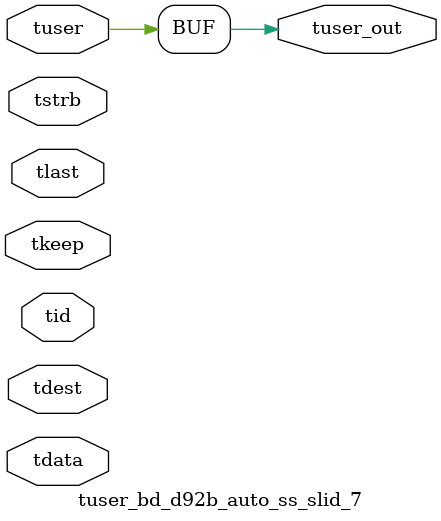
<source format=v>


`timescale 1ps/1ps

module tuser_bd_d92b_auto_ss_slid_7 #
(
parameter C_S_AXIS_TUSER_WIDTH = 1,
parameter C_S_AXIS_TDATA_WIDTH = 32,
parameter C_S_AXIS_TID_WIDTH   = 0,
parameter C_S_AXIS_TDEST_WIDTH = 0,
parameter C_M_AXIS_TUSER_WIDTH = 1
)
(
input  [(C_S_AXIS_TUSER_WIDTH == 0 ? 1 : C_S_AXIS_TUSER_WIDTH)-1:0     ] tuser,
input  [(C_S_AXIS_TDATA_WIDTH == 0 ? 1 : C_S_AXIS_TDATA_WIDTH)-1:0     ] tdata,
input  [(C_S_AXIS_TID_WIDTH   == 0 ? 1 : C_S_AXIS_TID_WIDTH)-1:0       ] tid,
input  [(C_S_AXIS_TDEST_WIDTH == 0 ? 1 : C_S_AXIS_TDEST_WIDTH)-1:0     ] tdest,
input  [(C_S_AXIS_TDATA_WIDTH/8)-1:0 ] tkeep,
input  [(C_S_AXIS_TDATA_WIDTH/8)-1:0 ] tstrb,
input                                                                    tlast,
output [C_M_AXIS_TUSER_WIDTH-1:0] tuser_out
);

assign tuser_out = {tuser[0:0]};

endmodule


</source>
